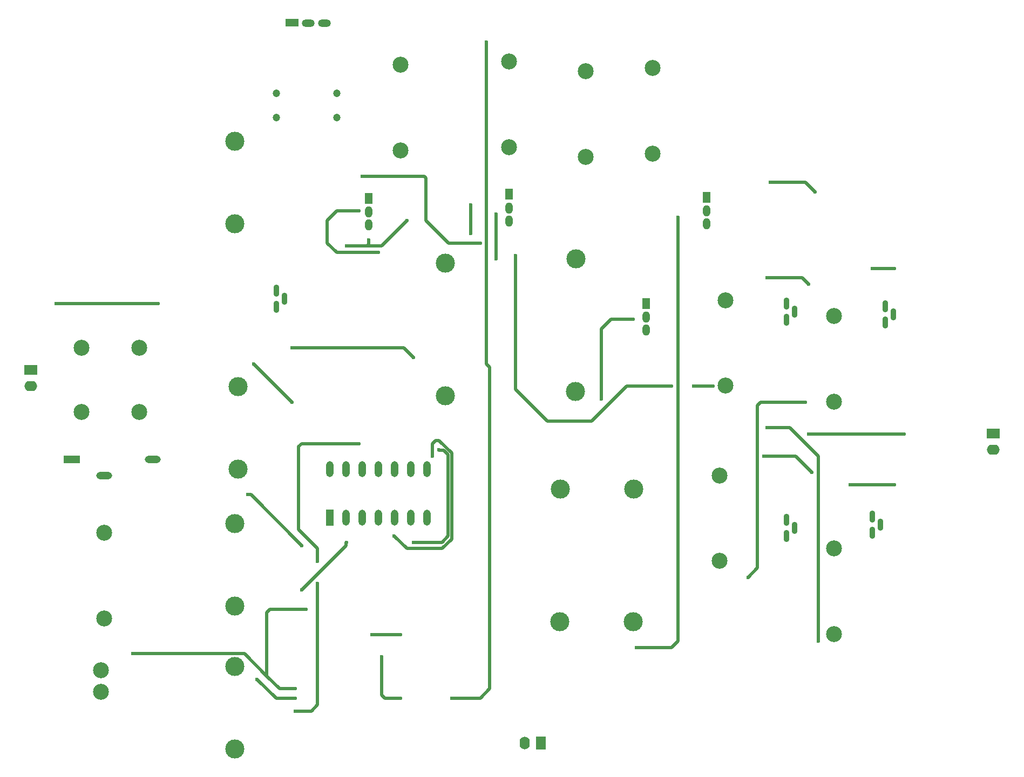
<source format=gbl>
G04*
G04 #@! TF.GenerationSoftware,Altium Limited,Altium Designer,20.0.13 (296)*
G04*
G04 Layer_Physical_Order=2*
G04 Layer_Color=16711680*
%FSLAX25Y25*%
%MOIN*%
G70*
G01*
G75*
%ADD38C,0.01968*%
%ADD39O,0.04724X0.07000*%
%ADD40R,0.04724X0.07000*%
%ADD41O,0.07874X0.06299*%
%ADD42R,0.07874X0.06299*%
%ADD43O,0.06299X0.07874*%
%ADD44R,0.06299X0.07874*%
%ADD45R,0.08000X0.04724*%
%ADD46O,0.08000X0.04724*%
%ADD47C,0.09843*%
%ADD48C,0.04724*%
%ADD49O,0.04724X0.09843*%
%ADD50R,0.04724X0.09843*%
%ADD51O,0.09843X0.04724*%
%ADD52R,0.09843X0.04724*%
%ADD53O,0.03500X0.07500*%
%ADD54C,0.11811*%
%ADD55C,0.02362*%
D38*
X271654Y356299D02*
Y382705D01*
X232283Y383858D02*
X270500D01*
X271654Y382705D01*
Y356299D02*
X285433Y342520D01*
X305118D01*
X326772Y251969D02*
Y334646D01*
Y251969D02*
X346457Y232283D01*
X374016D01*
X395669Y253937D02*
X423228D01*
X374016Y232283D02*
X395669Y253937D01*
X379921Y246063D02*
Y289370D01*
X385827Y295276D01*
X427165Y96457D02*
Y358268D01*
X401575Y92520D02*
X423228D01*
X427165Y96457D01*
X437008Y253937D02*
X448819D01*
X314961Y332677D02*
Y360236D01*
X484252Y379921D02*
X505905D01*
X511811Y374016D01*
X385827Y295276D02*
X399606D01*
X299213Y348425D02*
Y366142D01*
X210630Y356299D02*
X216535Y362205D01*
X230315D01*
X210630Y342520D02*
Y356299D01*
Y342520D02*
X216535Y336614D01*
X242126D01*
X244094Y340551D02*
X259842Y356299D01*
X235067Y340551D02*
X244094D01*
X309055Y267663D02*
Y466535D01*
Y267663D02*
X311024Y265695D01*
Y66929D02*
Y265695D01*
X305118Y61024D02*
X311024Y66929D01*
X287402Y61024D02*
X305118D01*
X547244Y326772D02*
X561024D01*
X533465Y192913D02*
X561024D01*
X496063Y228346D02*
X513779Y210630D01*
Y96457D02*
Y210630D01*
X500000D02*
X509842Y200787D01*
X482283Y228346D02*
X496063D01*
X476378Y242126D02*
X478346Y244094D01*
X470472Y135827D02*
X476378Y141732D01*
X478346Y244094D02*
X505905D01*
X476378Y141732D02*
Y242126D01*
X480315Y210630D02*
X500000D01*
X503937Y320866D02*
X507874Y316929D01*
X482283Y320866D02*
X503937D01*
X507874Y224409D02*
X566929D01*
X236221Y341704D02*
Y344488D01*
X235067Y340551D02*
X236221Y341704D01*
X222441Y340551D02*
X235067D01*
X275590Y210630D02*
Y218504D01*
X277559Y220472D01*
X279528D02*
X287402Y212598D01*
X277559Y220472D02*
X279528D01*
X285236Y161221D02*
Y211701D01*
X279528Y214567D02*
X279603Y214492D01*
X282446D01*
X285236Y211701D01*
X287402Y159449D02*
Y212598D01*
X281496Y157480D02*
X285236Y161221D01*
X281496Y153543D02*
X287402Y159449D01*
X251969Y161417D02*
X259842Y153543D01*
X281496D01*
X244094Y62992D02*
Y86614D01*
X238189Y100394D02*
X255906D01*
X246063Y61024D02*
X255906D01*
X244094Y62992D02*
X246063Y61024D01*
X263779Y157480D02*
X281496D01*
X188976Y277559D02*
X257874D01*
X263779Y271654D01*
X194882Y218504D02*
X230315D01*
X192913Y165354D02*
Y216535D01*
X194882Y218504D01*
X204724Y145669D02*
Y153543D01*
X192913Y165354D02*
X204724Y153543D01*
X161417Y187008D02*
X161493Y186933D01*
X163461D02*
X194882Y155512D01*
X161493Y186933D02*
X163461D01*
X204724Y57087D02*
Y131890D01*
X200787Y53150D02*
X204724Y57087D01*
X190945Y53150D02*
X200787D01*
X179134Y61024D02*
X190945D01*
X194882Y127953D02*
X222366Y155437D01*
Y157405D01*
X222441Y157480D01*
X175197Y116142D02*
X197441D01*
X173228Y74803D02*
X181102Y66929D01*
X159449Y88583D02*
X173228Y74803D01*
X173228Y74803D02*
Y114173D01*
X173228Y74803D02*
X173228Y74803D01*
Y114173D02*
X175197Y116142D01*
X167323Y72835D02*
X179134Y61024D01*
X90551Y88583D02*
X159449D01*
X181102Y66929D02*
X190945D01*
X165354Y267717D02*
X188976Y244094D01*
X43307Y305118D02*
X106299D01*
D39*
X444882Y354205D02*
D03*
Y362205D02*
D03*
X236221Y353579D02*
D03*
Y361579D02*
D03*
X407480Y288618D02*
D03*
Y296618D02*
D03*
X322835Y356173D02*
D03*
Y364173D02*
D03*
D40*
X444882Y370705D02*
D03*
X236221Y370079D02*
D03*
X407480Y305118D02*
D03*
X322835Y372673D02*
D03*
D41*
X27559Y253937D02*
D03*
X622047Y214567D02*
D03*
D42*
X27559Y263937D02*
D03*
X622047Y224567D02*
D03*
D43*
X332520Y33465D02*
D03*
D44*
X342520D02*
D03*
D45*
X188819Y478847D02*
D03*
D46*
X198819Y478346D02*
D03*
X208819D02*
D03*
D47*
X94488Y277559D02*
D03*
Y238189D02*
D03*
X59055D02*
D03*
Y277559D02*
D03*
X70866Y78461D02*
D03*
Y64961D02*
D03*
X456693Y254331D02*
D03*
Y307087D02*
D03*
X523622Y244488D02*
D03*
Y297244D02*
D03*
X452756Y146063D02*
D03*
Y198819D02*
D03*
X523622Y100787D02*
D03*
Y153543D02*
D03*
X411417Y397638D02*
D03*
Y450787D02*
D03*
X255906Y399606D02*
D03*
Y452756D02*
D03*
X370079Y395669D02*
D03*
Y448819D02*
D03*
X322835Y401575D02*
D03*
Y454724D02*
D03*
X72835Y110236D02*
D03*
Y163386D02*
D03*
D48*
X179134Y435039D02*
D03*
Y420039D02*
D03*
X216535Y435039D02*
D03*
Y420039D02*
D03*
D49*
X272126Y202756D02*
D03*
X262126D02*
D03*
X252126D02*
D03*
X242126D02*
D03*
X232126D02*
D03*
X222126D02*
D03*
X212126D02*
D03*
X272126Y172756D02*
D03*
X262126D02*
D03*
X252126D02*
D03*
X242126D02*
D03*
X232126D02*
D03*
X222126D02*
D03*
D50*
X212126D02*
D03*
D51*
X102835Y208819D02*
D03*
X72835Y198819D02*
D03*
D52*
X52835Y208819D02*
D03*
D53*
X494095Y295118D02*
D03*
X499094Y300118D02*
D03*
X494095Y305118D02*
D03*
X555118Y293307D02*
D03*
X560118Y298307D02*
D03*
X555118Y303307D02*
D03*
X179134Y302992D02*
D03*
X184134Y307992D02*
D03*
X179134Y312992D02*
D03*
X494095Y161260D02*
D03*
X499094Y166260D02*
D03*
X494095Y171260D02*
D03*
X547244Y163228D02*
D03*
X552244Y168228D02*
D03*
X547244Y173228D02*
D03*
D54*
X153543Y405512D02*
D03*
Y354512D02*
D03*
X155512Y253756D02*
D03*
Y202756D02*
D03*
X153543Y169110D02*
D03*
Y118110D02*
D03*
Y80709D02*
D03*
Y29709D02*
D03*
X399806Y190268D02*
D03*
X399606Y108268D02*
D03*
X283465Y248031D02*
D03*
X283665Y330031D02*
D03*
X364173Y332677D02*
D03*
X363973Y250677D02*
D03*
X354531Y190268D02*
D03*
X354331Y108268D02*
D03*
D55*
X232283Y383858D02*
D03*
X305118Y342520D02*
D03*
X326772Y334646D02*
D03*
X379921Y246063D02*
D03*
X423228Y253937D02*
D03*
X437008D02*
D03*
X448819D02*
D03*
X314961Y360236D02*
D03*
Y332677D02*
D03*
X511811Y374016D02*
D03*
X484252Y379921D02*
D03*
X399606Y295276D02*
D03*
X427165Y358268D02*
D03*
X401575Y92520D02*
D03*
X299213Y366142D02*
D03*
Y348425D02*
D03*
X230315Y362205D02*
D03*
X242126Y336614D02*
D03*
X259842Y356299D02*
D03*
X309055Y466535D02*
D03*
X287402Y61024D02*
D03*
X561024Y326772D02*
D03*
X547244D02*
D03*
X561024Y192913D02*
D03*
X533465D02*
D03*
X513779Y96457D02*
D03*
X509842Y200787D02*
D03*
X482283Y228346D02*
D03*
X470472Y135827D02*
D03*
X505905Y244094D02*
D03*
X480315Y210630D02*
D03*
X507874Y316929D02*
D03*
X482283Y320866D02*
D03*
X507874Y224409D02*
D03*
X566929D02*
D03*
X222441Y340551D02*
D03*
X236221Y344488D02*
D03*
X275590Y210630D02*
D03*
X279528Y214567D02*
D03*
X251969Y161417D02*
D03*
X244094Y86614D02*
D03*
X255906Y61024D02*
D03*
X263779Y157480D02*
D03*
Y271654D02*
D03*
X188976Y277559D02*
D03*
X230315Y218504D02*
D03*
X194882Y155512D02*
D03*
X204724Y145669D02*
D03*
Y131890D02*
D03*
X190945Y53150D02*
D03*
Y61024D02*
D03*
X222441Y157480D02*
D03*
X194882Y127953D02*
D03*
X197441Y116142D02*
D03*
X161417Y187008D02*
D03*
X167323Y72835D02*
D03*
X90551Y88583D02*
D03*
X190945Y66929D02*
D03*
X238189Y100394D02*
D03*
X255906D02*
D03*
X165354Y267717D02*
D03*
X188976Y244094D02*
D03*
X43307Y305118D02*
D03*
X106299D02*
D03*
M02*

</source>
